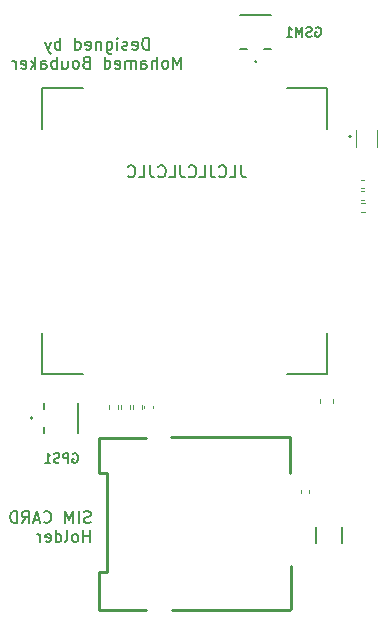
<source format=gbr>
%TF.GenerationSoftware,KiCad,Pcbnew,(6.0.8)*%
%TF.CreationDate,2022-12-02T21:09:01+01:00*%
%TF.ProjectId,mcudev,6d637564-6576-42e6-9b69-6361645f7063,rev?*%
%TF.SameCoordinates,Original*%
%TF.FileFunction,Legend,Bot*%
%TF.FilePolarity,Positive*%
%FSLAX46Y46*%
G04 Gerber Fmt 4.6, Leading zero omitted, Abs format (unit mm)*
G04 Created by KiCad (PCBNEW (6.0.8)) date 2022-12-02 21:09:01*
%MOMM*%
%LPD*%
G01*
G04 APERTURE LIST*
%ADD10C,0.150000*%
%ADD11C,0.120000*%
%ADD12C,0.127000*%
%ADD13C,0.200000*%
%ADD14C,0.152400*%
%ADD15C,0.254000*%
G04 APERTURE END LIST*
D10*
X137153333Y-58337380D02*
X137153333Y-57337380D01*
X136915238Y-57337380D01*
X136772380Y-57385000D01*
X136677142Y-57480238D01*
X136629523Y-57575476D01*
X136581904Y-57765952D01*
X136581904Y-57908809D01*
X136629523Y-58099285D01*
X136677142Y-58194523D01*
X136772380Y-58289761D01*
X136915238Y-58337380D01*
X137153333Y-58337380D01*
X135772380Y-58289761D02*
X135867619Y-58337380D01*
X136058095Y-58337380D01*
X136153333Y-58289761D01*
X136200952Y-58194523D01*
X136200952Y-57813571D01*
X136153333Y-57718333D01*
X136058095Y-57670714D01*
X135867619Y-57670714D01*
X135772380Y-57718333D01*
X135724761Y-57813571D01*
X135724761Y-57908809D01*
X136200952Y-58004047D01*
X135343809Y-58289761D02*
X135248571Y-58337380D01*
X135058095Y-58337380D01*
X134962857Y-58289761D01*
X134915238Y-58194523D01*
X134915238Y-58146904D01*
X134962857Y-58051666D01*
X135058095Y-58004047D01*
X135200952Y-58004047D01*
X135296190Y-57956428D01*
X135343809Y-57861190D01*
X135343809Y-57813571D01*
X135296190Y-57718333D01*
X135200952Y-57670714D01*
X135058095Y-57670714D01*
X134962857Y-57718333D01*
X134486666Y-58337380D02*
X134486666Y-57670714D01*
X134486666Y-57337380D02*
X134534285Y-57385000D01*
X134486666Y-57432619D01*
X134439047Y-57385000D01*
X134486666Y-57337380D01*
X134486666Y-57432619D01*
X133581904Y-57670714D02*
X133581904Y-58480238D01*
X133629523Y-58575476D01*
X133677142Y-58623095D01*
X133772380Y-58670714D01*
X133915238Y-58670714D01*
X134010476Y-58623095D01*
X133581904Y-58289761D02*
X133677142Y-58337380D01*
X133867619Y-58337380D01*
X133962857Y-58289761D01*
X134010476Y-58242142D01*
X134058095Y-58146904D01*
X134058095Y-57861190D01*
X134010476Y-57765952D01*
X133962857Y-57718333D01*
X133867619Y-57670714D01*
X133677142Y-57670714D01*
X133581904Y-57718333D01*
X133105714Y-57670714D02*
X133105714Y-58337380D01*
X133105714Y-57765952D02*
X133058095Y-57718333D01*
X132962857Y-57670714D01*
X132820000Y-57670714D01*
X132724761Y-57718333D01*
X132677142Y-57813571D01*
X132677142Y-58337380D01*
X131820000Y-58289761D02*
X131915238Y-58337380D01*
X132105714Y-58337380D01*
X132200952Y-58289761D01*
X132248571Y-58194523D01*
X132248571Y-57813571D01*
X132200952Y-57718333D01*
X132105714Y-57670714D01*
X131915238Y-57670714D01*
X131820000Y-57718333D01*
X131772380Y-57813571D01*
X131772380Y-57908809D01*
X132248571Y-58004047D01*
X130915238Y-58337380D02*
X130915238Y-57337380D01*
X130915238Y-58289761D02*
X131010476Y-58337380D01*
X131200952Y-58337380D01*
X131296190Y-58289761D01*
X131343809Y-58242142D01*
X131391428Y-58146904D01*
X131391428Y-57861190D01*
X131343809Y-57765952D01*
X131296190Y-57718333D01*
X131200952Y-57670714D01*
X131010476Y-57670714D01*
X130915238Y-57718333D01*
X129677142Y-58337380D02*
X129677142Y-57337380D01*
X129677142Y-57718333D02*
X129581904Y-57670714D01*
X129391428Y-57670714D01*
X129296190Y-57718333D01*
X129248571Y-57765952D01*
X129200952Y-57861190D01*
X129200952Y-58146904D01*
X129248571Y-58242142D01*
X129296190Y-58289761D01*
X129391428Y-58337380D01*
X129581904Y-58337380D01*
X129677142Y-58289761D01*
X128867619Y-57670714D02*
X128629523Y-58337380D01*
X128391428Y-57670714D02*
X128629523Y-58337380D01*
X128724761Y-58575476D01*
X128772380Y-58623095D01*
X128867619Y-58670714D01*
X139891428Y-59947380D02*
X139891428Y-58947380D01*
X139558095Y-59661666D01*
X139224761Y-58947380D01*
X139224761Y-59947380D01*
X138605714Y-59947380D02*
X138700952Y-59899761D01*
X138748571Y-59852142D01*
X138796190Y-59756904D01*
X138796190Y-59471190D01*
X138748571Y-59375952D01*
X138700952Y-59328333D01*
X138605714Y-59280714D01*
X138462857Y-59280714D01*
X138367619Y-59328333D01*
X138320000Y-59375952D01*
X138272380Y-59471190D01*
X138272380Y-59756904D01*
X138320000Y-59852142D01*
X138367619Y-59899761D01*
X138462857Y-59947380D01*
X138605714Y-59947380D01*
X137843809Y-59947380D02*
X137843809Y-58947380D01*
X137415238Y-59947380D02*
X137415238Y-59423571D01*
X137462857Y-59328333D01*
X137558095Y-59280714D01*
X137700952Y-59280714D01*
X137796190Y-59328333D01*
X137843809Y-59375952D01*
X136510476Y-59947380D02*
X136510476Y-59423571D01*
X136558095Y-59328333D01*
X136653333Y-59280714D01*
X136843809Y-59280714D01*
X136939047Y-59328333D01*
X136510476Y-59899761D02*
X136605714Y-59947380D01*
X136843809Y-59947380D01*
X136939047Y-59899761D01*
X136986666Y-59804523D01*
X136986666Y-59709285D01*
X136939047Y-59614047D01*
X136843809Y-59566428D01*
X136605714Y-59566428D01*
X136510476Y-59518809D01*
X136034285Y-59947380D02*
X136034285Y-59280714D01*
X136034285Y-59375952D02*
X135986666Y-59328333D01*
X135891428Y-59280714D01*
X135748571Y-59280714D01*
X135653333Y-59328333D01*
X135605714Y-59423571D01*
X135605714Y-59947380D01*
X135605714Y-59423571D02*
X135558095Y-59328333D01*
X135462857Y-59280714D01*
X135320000Y-59280714D01*
X135224761Y-59328333D01*
X135177142Y-59423571D01*
X135177142Y-59947380D01*
X134320000Y-59899761D02*
X134415238Y-59947380D01*
X134605714Y-59947380D01*
X134700952Y-59899761D01*
X134748571Y-59804523D01*
X134748571Y-59423571D01*
X134700952Y-59328333D01*
X134605714Y-59280714D01*
X134415238Y-59280714D01*
X134320000Y-59328333D01*
X134272380Y-59423571D01*
X134272380Y-59518809D01*
X134748571Y-59614047D01*
X133415238Y-59947380D02*
X133415238Y-58947380D01*
X133415238Y-59899761D02*
X133510476Y-59947380D01*
X133700952Y-59947380D01*
X133796190Y-59899761D01*
X133843809Y-59852142D01*
X133891428Y-59756904D01*
X133891428Y-59471190D01*
X133843809Y-59375952D01*
X133796190Y-59328333D01*
X133700952Y-59280714D01*
X133510476Y-59280714D01*
X133415238Y-59328333D01*
X131843809Y-59423571D02*
X131700952Y-59471190D01*
X131653333Y-59518809D01*
X131605714Y-59614047D01*
X131605714Y-59756904D01*
X131653333Y-59852142D01*
X131700952Y-59899761D01*
X131796190Y-59947380D01*
X132177142Y-59947380D01*
X132177142Y-58947380D01*
X131843809Y-58947380D01*
X131748571Y-58995000D01*
X131700952Y-59042619D01*
X131653333Y-59137857D01*
X131653333Y-59233095D01*
X131700952Y-59328333D01*
X131748571Y-59375952D01*
X131843809Y-59423571D01*
X132177142Y-59423571D01*
X131034285Y-59947380D02*
X131129523Y-59899761D01*
X131177142Y-59852142D01*
X131224761Y-59756904D01*
X131224761Y-59471190D01*
X131177142Y-59375952D01*
X131129523Y-59328333D01*
X131034285Y-59280714D01*
X130891428Y-59280714D01*
X130796190Y-59328333D01*
X130748571Y-59375952D01*
X130700952Y-59471190D01*
X130700952Y-59756904D01*
X130748571Y-59852142D01*
X130796190Y-59899761D01*
X130891428Y-59947380D01*
X131034285Y-59947380D01*
X129843809Y-59280714D02*
X129843809Y-59947380D01*
X130272380Y-59280714D02*
X130272380Y-59804523D01*
X130224761Y-59899761D01*
X130129523Y-59947380D01*
X129986666Y-59947380D01*
X129891428Y-59899761D01*
X129843809Y-59852142D01*
X129367619Y-59947380D02*
X129367619Y-58947380D01*
X129367619Y-59328333D02*
X129272380Y-59280714D01*
X129081904Y-59280714D01*
X128986666Y-59328333D01*
X128939047Y-59375952D01*
X128891428Y-59471190D01*
X128891428Y-59756904D01*
X128939047Y-59852142D01*
X128986666Y-59899761D01*
X129081904Y-59947380D01*
X129272380Y-59947380D01*
X129367619Y-59899761D01*
X128034285Y-59947380D02*
X128034285Y-59423571D01*
X128081904Y-59328333D01*
X128177142Y-59280714D01*
X128367619Y-59280714D01*
X128462857Y-59328333D01*
X128034285Y-59899761D02*
X128129523Y-59947380D01*
X128367619Y-59947380D01*
X128462857Y-59899761D01*
X128510476Y-59804523D01*
X128510476Y-59709285D01*
X128462857Y-59614047D01*
X128367619Y-59566428D01*
X128129523Y-59566428D01*
X128034285Y-59518809D01*
X127558095Y-59947380D02*
X127558095Y-58947380D01*
X127462857Y-59566428D02*
X127177142Y-59947380D01*
X127177142Y-59280714D02*
X127558095Y-59661666D01*
X126367619Y-59899761D02*
X126462857Y-59947380D01*
X126653333Y-59947380D01*
X126748571Y-59899761D01*
X126796190Y-59804523D01*
X126796190Y-59423571D01*
X126748571Y-59328333D01*
X126653333Y-59280714D01*
X126462857Y-59280714D01*
X126367619Y-59328333D01*
X126320000Y-59423571D01*
X126320000Y-59518809D01*
X126796190Y-59614047D01*
X125891428Y-59947380D02*
X125891428Y-59280714D01*
X125891428Y-59471190D02*
X125843809Y-59375952D01*
X125796190Y-59328333D01*
X125700952Y-59280714D01*
X125605714Y-59280714D01*
X144969047Y-68142380D02*
X144969047Y-68856666D01*
X145016666Y-68999523D01*
X145111904Y-69094761D01*
X145254761Y-69142380D01*
X145350000Y-69142380D01*
X144016666Y-69142380D02*
X144492857Y-69142380D01*
X144492857Y-68142380D01*
X143111904Y-69047142D02*
X143159523Y-69094761D01*
X143302380Y-69142380D01*
X143397619Y-69142380D01*
X143540476Y-69094761D01*
X143635714Y-68999523D01*
X143683333Y-68904285D01*
X143730952Y-68713809D01*
X143730952Y-68570952D01*
X143683333Y-68380476D01*
X143635714Y-68285238D01*
X143540476Y-68190000D01*
X143397619Y-68142380D01*
X143302380Y-68142380D01*
X143159523Y-68190000D01*
X143111904Y-68237619D01*
X142397619Y-68142380D02*
X142397619Y-68856666D01*
X142445238Y-68999523D01*
X142540476Y-69094761D01*
X142683333Y-69142380D01*
X142778571Y-69142380D01*
X141445238Y-69142380D02*
X141921428Y-69142380D01*
X141921428Y-68142380D01*
X140540476Y-69047142D02*
X140588095Y-69094761D01*
X140730952Y-69142380D01*
X140826190Y-69142380D01*
X140969047Y-69094761D01*
X141064285Y-68999523D01*
X141111904Y-68904285D01*
X141159523Y-68713809D01*
X141159523Y-68570952D01*
X141111904Y-68380476D01*
X141064285Y-68285238D01*
X140969047Y-68190000D01*
X140826190Y-68142380D01*
X140730952Y-68142380D01*
X140588095Y-68190000D01*
X140540476Y-68237619D01*
X139826190Y-68142380D02*
X139826190Y-68856666D01*
X139873809Y-68999523D01*
X139969047Y-69094761D01*
X140111904Y-69142380D01*
X140207142Y-69142380D01*
X138873809Y-69142380D02*
X139350000Y-69142380D01*
X139350000Y-68142380D01*
X137969047Y-69047142D02*
X138016666Y-69094761D01*
X138159523Y-69142380D01*
X138254761Y-69142380D01*
X138397619Y-69094761D01*
X138492857Y-68999523D01*
X138540476Y-68904285D01*
X138588095Y-68713809D01*
X138588095Y-68570952D01*
X138540476Y-68380476D01*
X138492857Y-68285238D01*
X138397619Y-68190000D01*
X138254761Y-68142380D01*
X138159523Y-68142380D01*
X138016666Y-68190000D01*
X137969047Y-68237619D01*
X137254761Y-68142380D02*
X137254761Y-68856666D01*
X137302380Y-68999523D01*
X137397619Y-69094761D01*
X137540476Y-69142380D01*
X137635714Y-69142380D01*
X136302380Y-69142380D02*
X136778571Y-69142380D01*
X136778571Y-68142380D01*
X135397619Y-69047142D02*
X135445238Y-69094761D01*
X135588095Y-69142380D01*
X135683333Y-69142380D01*
X135826190Y-69094761D01*
X135921428Y-68999523D01*
X135969047Y-68904285D01*
X136016666Y-68713809D01*
X136016666Y-68570952D01*
X135969047Y-68380476D01*
X135921428Y-68285238D01*
X135826190Y-68190000D01*
X135683333Y-68142380D01*
X135588095Y-68142380D01*
X135445238Y-68190000D01*
X135397619Y-68237619D01*
X132222023Y-98369761D02*
X132079166Y-98417380D01*
X131841071Y-98417380D01*
X131745833Y-98369761D01*
X131698214Y-98322142D01*
X131650595Y-98226904D01*
X131650595Y-98131666D01*
X131698214Y-98036428D01*
X131745833Y-97988809D01*
X131841071Y-97941190D01*
X132031547Y-97893571D01*
X132126785Y-97845952D01*
X132174404Y-97798333D01*
X132222023Y-97703095D01*
X132222023Y-97607857D01*
X132174404Y-97512619D01*
X132126785Y-97465000D01*
X132031547Y-97417380D01*
X131793452Y-97417380D01*
X131650595Y-97465000D01*
X131222023Y-98417380D02*
X131222023Y-97417380D01*
X130745833Y-98417380D02*
X130745833Y-97417380D01*
X130412500Y-98131666D01*
X130079166Y-97417380D01*
X130079166Y-98417380D01*
X128269642Y-98322142D02*
X128317261Y-98369761D01*
X128460119Y-98417380D01*
X128555357Y-98417380D01*
X128698214Y-98369761D01*
X128793452Y-98274523D01*
X128841071Y-98179285D01*
X128888690Y-97988809D01*
X128888690Y-97845952D01*
X128841071Y-97655476D01*
X128793452Y-97560238D01*
X128698214Y-97465000D01*
X128555357Y-97417380D01*
X128460119Y-97417380D01*
X128317261Y-97465000D01*
X128269642Y-97512619D01*
X127888690Y-98131666D02*
X127412500Y-98131666D01*
X127983928Y-98417380D02*
X127650595Y-97417380D01*
X127317261Y-98417380D01*
X126412500Y-98417380D02*
X126745833Y-97941190D01*
X126983928Y-98417380D02*
X126983928Y-97417380D01*
X126602976Y-97417380D01*
X126507738Y-97465000D01*
X126460119Y-97512619D01*
X126412500Y-97607857D01*
X126412500Y-97750714D01*
X126460119Y-97845952D01*
X126507738Y-97893571D01*
X126602976Y-97941190D01*
X126983928Y-97941190D01*
X125983928Y-98417380D02*
X125983928Y-97417380D01*
X125745833Y-97417380D01*
X125602976Y-97465000D01*
X125507738Y-97560238D01*
X125460119Y-97655476D01*
X125412500Y-97845952D01*
X125412500Y-97988809D01*
X125460119Y-98179285D01*
X125507738Y-98274523D01*
X125602976Y-98369761D01*
X125745833Y-98417380D01*
X125983928Y-98417380D01*
X132174404Y-100027380D02*
X132174404Y-99027380D01*
X132174404Y-99503571D02*
X131602976Y-99503571D01*
X131602976Y-100027380D02*
X131602976Y-99027380D01*
X130983928Y-100027380D02*
X131079166Y-99979761D01*
X131126785Y-99932142D01*
X131174404Y-99836904D01*
X131174404Y-99551190D01*
X131126785Y-99455952D01*
X131079166Y-99408333D01*
X130983928Y-99360714D01*
X130841071Y-99360714D01*
X130745833Y-99408333D01*
X130698214Y-99455952D01*
X130650595Y-99551190D01*
X130650595Y-99836904D01*
X130698214Y-99932142D01*
X130745833Y-99979761D01*
X130841071Y-100027380D01*
X130983928Y-100027380D01*
X130079166Y-100027380D02*
X130174404Y-99979761D01*
X130222023Y-99884523D01*
X130222023Y-99027380D01*
X129269642Y-100027380D02*
X129269642Y-99027380D01*
X129269642Y-99979761D02*
X129364880Y-100027380D01*
X129555357Y-100027380D01*
X129650595Y-99979761D01*
X129698214Y-99932142D01*
X129745833Y-99836904D01*
X129745833Y-99551190D01*
X129698214Y-99455952D01*
X129650595Y-99408333D01*
X129555357Y-99360714D01*
X129364880Y-99360714D01*
X129269642Y-99408333D01*
X128412500Y-99979761D02*
X128507738Y-100027380D01*
X128698214Y-100027380D01*
X128793452Y-99979761D01*
X128841071Y-99884523D01*
X128841071Y-99503571D01*
X128793452Y-99408333D01*
X128698214Y-99360714D01*
X128507738Y-99360714D01*
X128412500Y-99408333D01*
X128364880Y-99503571D01*
X128364880Y-99598809D01*
X128841071Y-99694047D01*
X127936309Y-100027380D02*
X127936309Y-99360714D01*
X127936309Y-99551190D02*
X127888690Y-99455952D01*
X127841071Y-99408333D01*
X127745833Y-99360714D01*
X127650595Y-99360714D01*
%TO.C,GPS1*%
X130731380Y-92548669D02*
X130807697Y-92510510D01*
X130922173Y-92510510D01*
X131036649Y-92548669D01*
X131112966Y-92624986D01*
X131151125Y-92701303D01*
X131189283Y-92853938D01*
X131189283Y-92968414D01*
X131151125Y-93121048D01*
X131112966Y-93197366D01*
X131036649Y-93273683D01*
X130922173Y-93311841D01*
X130845856Y-93311841D01*
X130731380Y-93273683D01*
X130693221Y-93235524D01*
X130693221Y-92968414D01*
X130845856Y-92968414D01*
X130349794Y-93311841D02*
X130349794Y-92510510D01*
X130044525Y-92510510D01*
X129968208Y-92548669D01*
X129930049Y-92586828D01*
X129891890Y-92663145D01*
X129891890Y-92777621D01*
X129930049Y-92853938D01*
X129968208Y-92892097D01*
X130044525Y-92930255D01*
X130349794Y-92930255D01*
X129586621Y-93273683D02*
X129472146Y-93311841D01*
X129281352Y-93311841D01*
X129205035Y-93273683D01*
X129166877Y-93235524D01*
X129128718Y-93159207D01*
X129128718Y-93082890D01*
X129166877Y-93006572D01*
X129205035Y-92968414D01*
X129281352Y-92930255D01*
X129433987Y-92892097D01*
X129510304Y-92853938D01*
X129548463Y-92815779D01*
X129586621Y-92739462D01*
X129586621Y-92663145D01*
X129548463Y-92586828D01*
X129510304Y-92548669D01*
X129433987Y-92510510D01*
X129243194Y-92510510D01*
X129128718Y-92548669D01*
X128365546Y-93311841D02*
X128823449Y-93311841D01*
X128594497Y-93311841D02*
X128594497Y-92510510D01*
X128670815Y-92624986D01*
X128747132Y-92701303D01*
X128823449Y-92739462D01*
%TO.C,GSM1*%
X151301203Y-56469334D02*
X151377520Y-56431175D01*
X151491996Y-56431175D01*
X151606472Y-56469334D01*
X151682789Y-56545651D01*
X151720948Y-56621968D01*
X151759106Y-56774603D01*
X151759106Y-56889079D01*
X151720948Y-57041713D01*
X151682789Y-57118031D01*
X151606472Y-57194348D01*
X151491996Y-57232506D01*
X151415679Y-57232506D01*
X151301203Y-57194348D01*
X151263044Y-57156189D01*
X151263044Y-56889079D01*
X151415679Y-56889079D01*
X150957775Y-57194348D02*
X150843299Y-57232506D01*
X150652506Y-57232506D01*
X150576189Y-57194348D01*
X150538031Y-57156189D01*
X150499872Y-57079872D01*
X150499872Y-57003555D01*
X150538031Y-56927237D01*
X150576189Y-56889079D01*
X150652506Y-56850920D01*
X150805141Y-56812762D01*
X150881458Y-56774603D01*
X150919617Y-56736444D01*
X150957775Y-56660127D01*
X150957775Y-56583810D01*
X150919617Y-56507493D01*
X150881458Y-56469334D01*
X150805141Y-56431175D01*
X150614348Y-56431175D01*
X150499872Y-56469334D01*
X150156444Y-57232506D02*
X150156444Y-56431175D01*
X149889334Y-57003555D01*
X149622224Y-56431175D01*
X149622224Y-57232506D01*
X148820893Y-57232506D02*
X149278796Y-57232506D01*
X149049844Y-57232506D02*
X149049844Y-56431175D01*
X149126162Y-56545651D01*
X149202479Y-56621968D01*
X149278796Y-56660127D01*
D11*
%TO.C,U21*%
X155152164Y-70060000D02*
X155367836Y-70060000D01*
X155152164Y-69340000D02*
X155367836Y-69340000D01*
D12*
%TO.C,GPS1*%
X128317500Y-90837500D02*
X128317500Y-90287500D01*
X128317500Y-88787500D02*
X128317500Y-88237500D01*
X131157500Y-90837500D02*
X131157500Y-88237500D01*
D10*
X127312500Y-89537500D02*
G75*
G03*
X127312500Y-89537500I-75000J0D01*
G01*
D12*
%TO.C,U16*%
X128125000Y-61625000D02*
X128125000Y-65080000D01*
X152275000Y-85775000D02*
X152275000Y-82320000D01*
X128125000Y-82320000D02*
X128125000Y-85775000D01*
X152275000Y-61625000D02*
X148820000Y-61625000D01*
X148820000Y-85775000D02*
X152275000Y-85775000D01*
X152275000Y-65080000D02*
X152275000Y-61625000D01*
X131580000Y-61625000D02*
X128125000Y-61625000D01*
X128125000Y-85775000D02*
X131580000Y-85775000D01*
D13*
X154300000Y-65700000D02*
G75*
G03*
X154300000Y-65700000I-100000J0D01*
G01*
D11*
%TO.C,U17*%
X152710000Y-87959420D02*
X152710000Y-88240580D01*
X151690000Y-87959420D02*
X151690000Y-88240580D01*
%TO.C,U19*%
X137507500Y-88482164D02*
X137507500Y-88697836D01*
X136787500Y-88482164D02*
X136787500Y-88697836D01*
D14*
%TO.C,U23*%
X153500000Y-98716000D02*
X153500000Y-100076000D01*
X151300000Y-100076000D02*
X151300000Y-98716000D01*
D15*
%TO.C,P1*%
X133586500Y-102601000D02*
X132900500Y-102601000D01*
X132900500Y-103480000D02*
X132900500Y-105512000D01*
X149121500Y-91170000D02*
X149121500Y-94180000D01*
X149161500Y-102060000D02*
X149161500Y-105740000D01*
X132991500Y-91210000D02*
X136899500Y-91210000D01*
X132900500Y-105462000D02*
X132901500Y-105720000D01*
X133586500Y-94199000D02*
X132900500Y-94199000D01*
X132911500Y-105750000D02*
X136931500Y-105750000D01*
X133586500Y-94199000D02*
X133586500Y-102601000D01*
X132900500Y-91210000D02*
X132900500Y-94199000D01*
X132900500Y-102601000D02*
X132900500Y-103480000D01*
X139081500Y-105750000D02*
X149141500Y-105750000D01*
X133586500Y-94199000D02*
X133586500Y-102601000D01*
X139057500Y-91170000D02*
X149121500Y-91170000D01*
D11*
%TO.C,U22*%
X155152164Y-70340000D02*
X155367836Y-70340000D01*
X155152164Y-71060000D02*
X155367836Y-71060000D01*
%TO.C,R5*%
X134820000Y-88446359D02*
X134820000Y-88753641D01*
X135580000Y-88446359D02*
X135580000Y-88753641D01*
%TO.C,U18*%
X150040000Y-95633164D02*
X150040000Y-95848836D01*
X150760000Y-95633164D02*
X150760000Y-95848836D01*
D12*
%TO.C,GSM1*%
X147500000Y-55442500D02*
X144900000Y-55442500D01*
X145450000Y-58282500D02*
X144900000Y-58282500D01*
X147500000Y-58282500D02*
X146950000Y-58282500D01*
D10*
X146275000Y-59362500D02*
G75*
G03*
X146275000Y-59362500I-75000J0D01*
G01*
D11*
%TO.C,R13*%
X155126359Y-71320000D02*
X155433641Y-71320000D01*
X155126359Y-72080000D02*
X155433641Y-72080000D01*
%TO.C,U20*%
X154670000Y-66561252D02*
X154670000Y-65138748D01*
X156490000Y-66561252D02*
X156490000Y-65138748D01*
%TO.C,R12*%
X136580000Y-88446359D02*
X136580000Y-88753641D01*
X135820000Y-88446359D02*
X135820000Y-88753641D01*
%TO.C,R4*%
X134580000Y-88446359D02*
X134580000Y-88753641D01*
X133820000Y-88446359D02*
X133820000Y-88753641D01*
%TD*%
M02*

</source>
